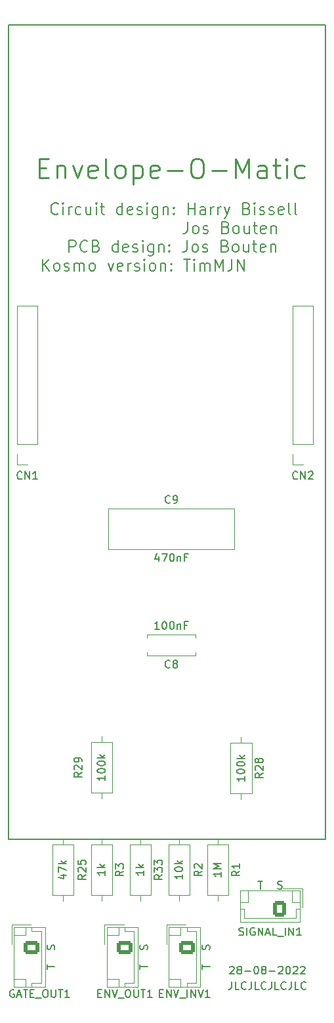
<source format=gto>
%TF.GenerationSoftware,KiCad,Pcbnew,(6.0.5)*%
%TF.CreationDate,2022-09-08T21:10:04+02:00*%
%TF.ProjectId,Bissell-Bouten_Envelope-o-Matic,42697373-656c-46c2-9d42-6f7574656e5f,1.0*%
%TF.SameCoordinates,Original*%
%TF.FileFunction,Legend,Top*%
%TF.FilePolarity,Positive*%
%FSLAX46Y46*%
G04 Gerber Fmt 4.6, Leading zero omitted, Abs format (unit mm)*
G04 Created by KiCad (PCBNEW (6.0.5)) date 2022-09-08 21:10:04*
%MOMM*%
%LPD*%
G01*
G04 APERTURE LIST*
G04 Aperture macros list*
%AMRoundRect*
0 Rectangle with rounded corners*
0 $1 Rounding radius*
0 $2 $3 $4 $5 $6 $7 $8 $9 X,Y pos of 4 corners*
0 Add a 4 corners polygon primitive as box body*
4,1,4,$2,$3,$4,$5,$6,$7,$8,$9,$2,$3,0*
0 Add four circle primitives for the rounded corners*
1,1,$1+$1,$2,$3*
1,1,$1+$1,$4,$5*
1,1,$1+$1,$6,$7*
1,1,$1+$1,$8,$9*
0 Add four rect primitives between the rounded corners*
20,1,$1+$1,$2,$3,$4,$5,0*
20,1,$1+$1,$4,$5,$6,$7,0*
20,1,$1+$1,$6,$7,$8,$9,0*
20,1,$1+$1,$8,$9,$2,$3,0*%
G04 Aperture macros list end*
%ADD10C,0.150000*%
%ADD11C,0.250000*%
%ADD12C,0.120000*%
%ADD13C,1.600000*%
%ADD14O,1.600000X1.600000*%
%ADD15RoundRect,0.249900X-0.750100X0.600100X-0.750100X-0.600100X0.750100X-0.600100X0.750100X0.600100X0*%
%ADD16O,2.000000X1.700000*%
%ADD17C,2.000000*%
%ADD18R,1.700000X1.700000*%
%ADD19O,1.700000X1.700000*%
%ADD20RoundRect,0.249900X0.600100X0.750100X-0.600100X0.750100X-0.600100X-0.750100X0.600100X-0.750100X0*%
%ADD21O,1.700000X2.000000*%
%ADD22R,1.800000X1.800000*%
%ADD23C,1.800000*%
%ADD24O,2.500000X4.000000*%
%ADD25O,2.720000X3.240000*%
G04 APERTURE END LIST*
D10*
X79000000Y-60000000D02*
X119894000Y-60000000D01*
X119894000Y-60000000D02*
X119894000Y-165018000D01*
X119894000Y-165018000D02*
X79000000Y-165018000D01*
X79000000Y-165018000D02*
X79000000Y-60000000D01*
X107780952Y-183452380D02*
X107780952Y-184166666D01*
X107733333Y-184309523D01*
X107638095Y-184404761D01*
X107495238Y-184452380D01*
X107400000Y-184452380D01*
X108733333Y-184452380D02*
X108257142Y-184452380D01*
X108257142Y-183452380D01*
X109638095Y-184357142D02*
X109590476Y-184404761D01*
X109447619Y-184452380D01*
X109352380Y-184452380D01*
X109209523Y-184404761D01*
X109114285Y-184309523D01*
X109066666Y-184214285D01*
X109019047Y-184023809D01*
X109019047Y-183880952D01*
X109066666Y-183690476D01*
X109114285Y-183595238D01*
X109209523Y-183500000D01*
X109352380Y-183452380D01*
X109447619Y-183452380D01*
X109590476Y-183500000D01*
X109638095Y-183547619D01*
X110352380Y-183452380D02*
X110352380Y-184166666D01*
X110304761Y-184309523D01*
X110209523Y-184404761D01*
X110066666Y-184452380D01*
X109971428Y-184452380D01*
X111304761Y-184452380D02*
X110828571Y-184452380D01*
X110828571Y-183452380D01*
X112209523Y-184357142D02*
X112161904Y-184404761D01*
X112019047Y-184452380D01*
X111923809Y-184452380D01*
X111780952Y-184404761D01*
X111685714Y-184309523D01*
X111638095Y-184214285D01*
X111590476Y-184023809D01*
X111590476Y-183880952D01*
X111638095Y-183690476D01*
X111685714Y-183595238D01*
X111780952Y-183500000D01*
X111923809Y-183452380D01*
X112019047Y-183452380D01*
X112161904Y-183500000D01*
X112209523Y-183547619D01*
X112923809Y-183452380D02*
X112923809Y-184166666D01*
X112876190Y-184309523D01*
X112780952Y-184404761D01*
X112638095Y-184452380D01*
X112542857Y-184452380D01*
X113876190Y-184452380D02*
X113400000Y-184452380D01*
X113400000Y-183452380D01*
X114780952Y-184357142D02*
X114733333Y-184404761D01*
X114590476Y-184452380D01*
X114495238Y-184452380D01*
X114352380Y-184404761D01*
X114257142Y-184309523D01*
X114209523Y-184214285D01*
X114161904Y-184023809D01*
X114161904Y-183880952D01*
X114209523Y-183690476D01*
X114257142Y-183595238D01*
X114352380Y-183500000D01*
X114495238Y-183452380D01*
X114590476Y-183452380D01*
X114733333Y-183500000D01*
X114780952Y-183547619D01*
X115495238Y-183452380D02*
X115495238Y-184166666D01*
X115447619Y-184309523D01*
X115352380Y-184404761D01*
X115209523Y-184452380D01*
X115114285Y-184452380D01*
X116447619Y-184452380D02*
X115971428Y-184452380D01*
X115971428Y-183452380D01*
X117352380Y-184357142D02*
X117304761Y-184404761D01*
X117161904Y-184452380D01*
X117066666Y-184452380D01*
X116923809Y-184404761D01*
X116828571Y-184309523D01*
X116780952Y-184214285D01*
X116733333Y-184023809D01*
X116733333Y-183880952D01*
X116780952Y-183690476D01*
X116828571Y-183595238D01*
X116923809Y-183500000D01*
X117066666Y-183452380D01*
X117161904Y-183452380D01*
X117304761Y-183500000D01*
X117352380Y-183547619D01*
X85397500Y-84313214D02*
X85326071Y-84384642D01*
X85111785Y-84456071D01*
X84968928Y-84456071D01*
X84754642Y-84384642D01*
X84611785Y-84241785D01*
X84540357Y-84098928D01*
X84468928Y-83813214D01*
X84468928Y-83598928D01*
X84540357Y-83313214D01*
X84611785Y-83170357D01*
X84754642Y-83027500D01*
X84968928Y-82956071D01*
X85111785Y-82956071D01*
X85326071Y-83027500D01*
X85397500Y-83098928D01*
X86040357Y-84456071D02*
X86040357Y-83456071D01*
X86040357Y-82956071D02*
X85968928Y-83027500D01*
X86040357Y-83098928D01*
X86111785Y-83027500D01*
X86040357Y-82956071D01*
X86040357Y-83098928D01*
X86754642Y-84456071D02*
X86754642Y-83456071D01*
X86754642Y-83741785D02*
X86826071Y-83598928D01*
X86897500Y-83527500D01*
X87040357Y-83456071D01*
X87183214Y-83456071D01*
X88326071Y-84384642D02*
X88183214Y-84456071D01*
X87897500Y-84456071D01*
X87754642Y-84384642D01*
X87683214Y-84313214D01*
X87611785Y-84170357D01*
X87611785Y-83741785D01*
X87683214Y-83598928D01*
X87754642Y-83527500D01*
X87897500Y-83456071D01*
X88183214Y-83456071D01*
X88326071Y-83527500D01*
X89611785Y-83456071D02*
X89611785Y-84456071D01*
X88968928Y-83456071D02*
X88968928Y-84241785D01*
X89040357Y-84384642D01*
X89183214Y-84456071D01*
X89397500Y-84456071D01*
X89540357Y-84384642D01*
X89611785Y-84313214D01*
X90326071Y-84456071D02*
X90326071Y-83456071D01*
X90326071Y-82956071D02*
X90254642Y-83027500D01*
X90326071Y-83098928D01*
X90397500Y-83027500D01*
X90326071Y-82956071D01*
X90326071Y-83098928D01*
X90826071Y-83456071D02*
X91397500Y-83456071D01*
X91040357Y-82956071D02*
X91040357Y-84241785D01*
X91111785Y-84384642D01*
X91254642Y-84456071D01*
X91397500Y-84456071D01*
X93683214Y-84456071D02*
X93683214Y-82956071D01*
X93683214Y-84384642D02*
X93540357Y-84456071D01*
X93254642Y-84456071D01*
X93111785Y-84384642D01*
X93040357Y-84313214D01*
X92968928Y-84170357D01*
X92968928Y-83741785D01*
X93040357Y-83598928D01*
X93111785Y-83527500D01*
X93254642Y-83456071D01*
X93540357Y-83456071D01*
X93683214Y-83527500D01*
X94968928Y-84384642D02*
X94826071Y-84456071D01*
X94540357Y-84456071D01*
X94397500Y-84384642D01*
X94326071Y-84241785D01*
X94326071Y-83670357D01*
X94397500Y-83527500D01*
X94540357Y-83456071D01*
X94826071Y-83456071D01*
X94968928Y-83527500D01*
X95040357Y-83670357D01*
X95040357Y-83813214D01*
X94326071Y-83956071D01*
X95611785Y-84384642D02*
X95754642Y-84456071D01*
X96040357Y-84456071D01*
X96183214Y-84384642D01*
X96254642Y-84241785D01*
X96254642Y-84170357D01*
X96183214Y-84027500D01*
X96040357Y-83956071D01*
X95826071Y-83956071D01*
X95683214Y-83884642D01*
X95611785Y-83741785D01*
X95611785Y-83670357D01*
X95683214Y-83527500D01*
X95826071Y-83456071D01*
X96040357Y-83456071D01*
X96183214Y-83527500D01*
X96897500Y-84456071D02*
X96897500Y-83456071D01*
X96897500Y-82956071D02*
X96826071Y-83027500D01*
X96897500Y-83098928D01*
X96968928Y-83027500D01*
X96897500Y-82956071D01*
X96897500Y-83098928D01*
X98254642Y-83456071D02*
X98254642Y-84670357D01*
X98183214Y-84813214D01*
X98111785Y-84884642D01*
X97968928Y-84956071D01*
X97754642Y-84956071D01*
X97611785Y-84884642D01*
X98254642Y-84384642D02*
X98111785Y-84456071D01*
X97826071Y-84456071D01*
X97683214Y-84384642D01*
X97611785Y-84313214D01*
X97540357Y-84170357D01*
X97540357Y-83741785D01*
X97611785Y-83598928D01*
X97683214Y-83527500D01*
X97826071Y-83456071D01*
X98111785Y-83456071D01*
X98254642Y-83527500D01*
X98968928Y-83456071D02*
X98968928Y-84456071D01*
X98968928Y-83598928D02*
X99040357Y-83527500D01*
X99183214Y-83456071D01*
X99397500Y-83456071D01*
X99540357Y-83527500D01*
X99611785Y-83670357D01*
X99611785Y-84456071D01*
X100326071Y-84313214D02*
X100397500Y-84384642D01*
X100326071Y-84456071D01*
X100254642Y-84384642D01*
X100326071Y-84313214D01*
X100326071Y-84456071D01*
X100326071Y-83527500D02*
X100397500Y-83598928D01*
X100326071Y-83670357D01*
X100254642Y-83598928D01*
X100326071Y-83527500D01*
X100326071Y-83670357D01*
X102183214Y-84456071D02*
X102183214Y-82956071D01*
X102183214Y-83670357D02*
X103040357Y-83670357D01*
X103040357Y-84456071D02*
X103040357Y-82956071D01*
X104397500Y-84456071D02*
X104397500Y-83670357D01*
X104326071Y-83527500D01*
X104183214Y-83456071D01*
X103897500Y-83456071D01*
X103754642Y-83527500D01*
X104397500Y-84384642D02*
X104254642Y-84456071D01*
X103897500Y-84456071D01*
X103754642Y-84384642D01*
X103683214Y-84241785D01*
X103683214Y-84098928D01*
X103754642Y-83956071D01*
X103897500Y-83884642D01*
X104254642Y-83884642D01*
X104397500Y-83813214D01*
X105111785Y-84456071D02*
X105111785Y-83456071D01*
X105111785Y-83741785D02*
X105183214Y-83598928D01*
X105254642Y-83527500D01*
X105397500Y-83456071D01*
X105540357Y-83456071D01*
X106040357Y-84456071D02*
X106040357Y-83456071D01*
X106040357Y-83741785D02*
X106111785Y-83598928D01*
X106183214Y-83527500D01*
X106326071Y-83456071D01*
X106468928Y-83456071D01*
X106826071Y-83456071D02*
X107183214Y-84456071D01*
X107540357Y-83456071D02*
X107183214Y-84456071D01*
X107040357Y-84813214D01*
X106968928Y-84884642D01*
X106826071Y-84956071D01*
X109754642Y-83670357D02*
X109968928Y-83741785D01*
X110040357Y-83813214D01*
X110111785Y-83956071D01*
X110111785Y-84170357D01*
X110040357Y-84313214D01*
X109968928Y-84384642D01*
X109826071Y-84456071D01*
X109254642Y-84456071D01*
X109254642Y-82956071D01*
X109754642Y-82956071D01*
X109897500Y-83027500D01*
X109968928Y-83098928D01*
X110040357Y-83241785D01*
X110040357Y-83384642D01*
X109968928Y-83527500D01*
X109897500Y-83598928D01*
X109754642Y-83670357D01*
X109254642Y-83670357D01*
X110754642Y-84456071D02*
X110754642Y-83456071D01*
X110754642Y-82956071D02*
X110683214Y-83027500D01*
X110754642Y-83098928D01*
X110826071Y-83027500D01*
X110754642Y-82956071D01*
X110754642Y-83098928D01*
X111397500Y-84384642D02*
X111540357Y-84456071D01*
X111826071Y-84456071D01*
X111968928Y-84384642D01*
X112040357Y-84241785D01*
X112040357Y-84170357D01*
X111968928Y-84027500D01*
X111826071Y-83956071D01*
X111611785Y-83956071D01*
X111468928Y-83884642D01*
X111397500Y-83741785D01*
X111397500Y-83670357D01*
X111468928Y-83527500D01*
X111611785Y-83456071D01*
X111826071Y-83456071D01*
X111968928Y-83527500D01*
X112611785Y-84384642D02*
X112754642Y-84456071D01*
X113040357Y-84456071D01*
X113183214Y-84384642D01*
X113254642Y-84241785D01*
X113254642Y-84170357D01*
X113183214Y-84027500D01*
X113040357Y-83956071D01*
X112826071Y-83956071D01*
X112683214Y-83884642D01*
X112611785Y-83741785D01*
X112611785Y-83670357D01*
X112683214Y-83527500D01*
X112826071Y-83456071D01*
X113040357Y-83456071D01*
X113183214Y-83527500D01*
X114468928Y-84384642D02*
X114326071Y-84456071D01*
X114040357Y-84456071D01*
X113897499Y-84384642D01*
X113826071Y-84241785D01*
X113826071Y-83670357D01*
X113897499Y-83527500D01*
X114040357Y-83456071D01*
X114326071Y-83456071D01*
X114468928Y-83527500D01*
X114540357Y-83670357D01*
X114540357Y-83813214D01*
X113826071Y-83956071D01*
X115397499Y-84456071D02*
X115254642Y-84384642D01*
X115183214Y-84241785D01*
X115183214Y-82956071D01*
X116183214Y-84456071D02*
X116040357Y-84384642D01*
X115968928Y-84241785D01*
X115968928Y-82956071D01*
X102111785Y-85371071D02*
X102111785Y-86442500D01*
X102040357Y-86656785D01*
X101897499Y-86799642D01*
X101683214Y-86871071D01*
X101540357Y-86871071D01*
X103040357Y-86871071D02*
X102897499Y-86799642D01*
X102826071Y-86728214D01*
X102754642Y-86585357D01*
X102754642Y-86156785D01*
X102826071Y-86013928D01*
X102897499Y-85942500D01*
X103040357Y-85871071D01*
X103254642Y-85871071D01*
X103397499Y-85942500D01*
X103468928Y-86013928D01*
X103540357Y-86156785D01*
X103540357Y-86585357D01*
X103468928Y-86728214D01*
X103397499Y-86799642D01*
X103254642Y-86871071D01*
X103040357Y-86871071D01*
X104111785Y-86799642D02*
X104254642Y-86871071D01*
X104540357Y-86871071D01*
X104683214Y-86799642D01*
X104754642Y-86656785D01*
X104754642Y-86585357D01*
X104683214Y-86442500D01*
X104540357Y-86371071D01*
X104326071Y-86371071D01*
X104183214Y-86299642D01*
X104111785Y-86156785D01*
X104111785Y-86085357D01*
X104183214Y-85942500D01*
X104326071Y-85871071D01*
X104540357Y-85871071D01*
X104683214Y-85942500D01*
X107040357Y-86085357D02*
X107254642Y-86156785D01*
X107326071Y-86228214D01*
X107397499Y-86371071D01*
X107397499Y-86585357D01*
X107326071Y-86728214D01*
X107254642Y-86799642D01*
X107111785Y-86871071D01*
X106540357Y-86871071D01*
X106540357Y-85371071D01*
X107040357Y-85371071D01*
X107183214Y-85442500D01*
X107254642Y-85513928D01*
X107326071Y-85656785D01*
X107326071Y-85799642D01*
X107254642Y-85942500D01*
X107183214Y-86013928D01*
X107040357Y-86085357D01*
X106540357Y-86085357D01*
X108254642Y-86871071D02*
X108111785Y-86799642D01*
X108040357Y-86728214D01*
X107968928Y-86585357D01*
X107968928Y-86156785D01*
X108040357Y-86013928D01*
X108111785Y-85942500D01*
X108254642Y-85871071D01*
X108468928Y-85871071D01*
X108611785Y-85942500D01*
X108683214Y-86013928D01*
X108754642Y-86156785D01*
X108754642Y-86585357D01*
X108683214Y-86728214D01*
X108611785Y-86799642D01*
X108468928Y-86871071D01*
X108254642Y-86871071D01*
X110040357Y-85871071D02*
X110040357Y-86871071D01*
X109397499Y-85871071D02*
X109397499Y-86656785D01*
X109468928Y-86799642D01*
X109611785Y-86871071D01*
X109826071Y-86871071D01*
X109968928Y-86799642D01*
X110040357Y-86728214D01*
X110540357Y-85871071D02*
X111111785Y-85871071D01*
X110754642Y-85371071D02*
X110754642Y-86656785D01*
X110826071Y-86799642D01*
X110968928Y-86871071D01*
X111111785Y-86871071D01*
X112183214Y-86799642D02*
X112040357Y-86871071D01*
X111754642Y-86871071D01*
X111611785Y-86799642D01*
X111540357Y-86656785D01*
X111540357Y-86085357D01*
X111611785Y-85942500D01*
X111754642Y-85871071D01*
X112040357Y-85871071D01*
X112183214Y-85942500D01*
X112254642Y-86085357D01*
X112254642Y-86228214D01*
X111540357Y-86371071D01*
X112897500Y-85871071D02*
X112897500Y-86871071D01*
X112897500Y-86013928D02*
X112968928Y-85942500D01*
X113111785Y-85871071D01*
X113326071Y-85871071D01*
X113468928Y-85942500D01*
X113540357Y-86085357D01*
X113540357Y-86871071D01*
X86826071Y-89286071D02*
X86826071Y-87786071D01*
X87397500Y-87786071D01*
X87540357Y-87857500D01*
X87611785Y-87928928D01*
X87683214Y-88071785D01*
X87683214Y-88286071D01*
X87611785Y-88428928D01*
X87540357Y-88500357D01*
X87397500Y-88571785D01*
X86826071Y-88571785D01*
X89183214Y-89143214D02*
X89111785Y-89214642D01*
X88897500Y-89286071D01*
X88754642Y-89286071D01*
X88540357Y-89214642D01*
X88397500Y-89071785D01*
X88326071Y-88928928D01*
X88254642Y-88643214D01*
X88254642Y-88428928D01*
X88326071Y-88143214D01*
X88397500Y-88000357D01*
X88540357Y-87857500D01*
X88754642Y-87786071D01*
X88897500Y-87786071D01*
X89111785Y-87857500D01*
X89183214Y-87928928D01*
X90326071Y-88500357D02*
X90540357Y-88571785D01*
X90611785Y-88643214D01*
X90683214Y-88786071D01*
X90683214Y-89000357D01*
X90611785Y-89143214D01*
X90540357Y-89214642D01*
X90397500Y-89286071D01*
X89826071Y-89286071D01*
X89826071Y-87786071D01*
X90326071Y-87786071D01*
X90468928Y-87857500D01*
X90540357Y-87928928D01*
X90611785Y-88071785D01*
X90611785Y-88214642D01*
X90540357Y-88357500D01*
X90468928Y-88428928D01*
X90326071Y-88500357D01*
X89826071Y-88500357D01*
X93111785Y-89286071D02*
X93111785Y-87786071D01*
X93111785Y-89214642D02*
X92968928Y-89286071D01*
X92683214Y-89286071D01*
X92540357Y-89214642D01*
X92468928Y-89143214D01*
X92397500Y-89000357D01*
X92397500Y-88571785D01*
X92468928Y-88428928D01*
X92540357Y-88357500D01*
X92683214Y-88286071D01*
X92968928Y-88286071D01*
X93111785Y-88357500D01*
X94397500Y-89214642D02*
X94254642Y-89286071D01*
X93968928Y-89286071D01*
X93826071Y-89214642D01*
X93754642Y-89071785D01*
X93754642Y-88500357D01*
X93826071Y-88357500D01*
X93968928Y-88286071D01*
X94254642Y-88286071D01*
X94397500Y-88357500D01*
X94468928Y-88500357D01*
X94468928Y-88643214D01*
X93754642Y-88786071D01*
X95040357Y-89214642D02*
X95183214Y-89286071D01*
X95468928Y-89286071D01*
X95611785Y-89214642D01*
X95683214Y-89071785D01*
X95683214Y-89000357D01*
X95611785Y-88857500D01*
X95468928Y-88786071D01*
X95254642Y-88786071D01*
X95111785Y-88714642D01*
X95040357Y-88571785D01*
X95040357Y-88500357D01*
X95111785Y-88357500D01*
X95254642Y-88286071D01*
X95468928Y-88286071D01*
X95611785Y-88357500D01*
X96326071Y-89286071D02*
X96326071Y-88286071D01*
X96326071Y-87786071D02*
X96254642Y-87857500D01*
X96326071Y-87928928D01*
X96397500Y-87857500D01*
X96326071Y-87786071D01*
X96326071Y-87928928D01*
X97683214Y-88286071D02*
X97683214Y-89500357D01*
X97611785Y-89643214D01*
X97540357Y-89714642D01*
X97397500Y-89786071D01*
X97183214Y-89786071D01*
X97040357Y-89714642D01*
X97683214Y-89214642D02*
X97540357Y-89286071D01*
X97254642Y-89286071D01*
X97111785Y-89214642D01*
X97040357Y-89143214D01*
X96968928Y-89000357D01*
X96968928Y-88571785D01*
X97040357Y-88428928D01*
X97111785Y-88357500D01*
X97254642Y-88286071D01*
X97540357Y-88286071D01*
X97683214Y-88357500D01*
X98397500Y-88286071D02*
X98397500Y-89286071D01*
X98397500Y-88428928D02*
X98468928Y-88357500D01*
X98611785Y-88286071D01*
X98826071Y-88286071D01*
X98968928Y-88357500D01*
X99040357Y-88500357D01*
X99040357Y-89286071D01*
X99754642Y-89143214D02*
X99826071Y-89214642D01*
X99754642Y-89286071D01*
X99683214Y-89214642D01*
X99754642Y-89143214D01*
X99754642Y-89286071D01*
X99754642Y-88357500D02*
X99826071Y-88428928D01*
X99754642Y-88500357D01*
X99683214Y-88428928D01*
X99754642Y-88357500D01*
X99754642Y-88500357D01*
X102040357Y-87786071D02*
X102040357Y-88857500D01*
X101968928Y-89071785D01*
X101826071Y-89214642D01*
X101611785Y-89286071D01*
X101468928Y-89286071D01*
X102968928Y-89286071D02*
X102826071Y-89214642D01*
X102754642Y-89143214D01*
X102683214Y-89000357D01*
X102683214Y-88571785D01*
X102754642Y-88428928D01*
X102826071Y-88357500D01*
X102968928Y-88286071D01*
X103183214Y-88286071D01*
X103326071Y-88357500D01*
X103397500Y-88428928D01*
X103468928Y-88571785D01*
X103468928Y-89000357D01*
X103397500Y-89143214D01*
X103326071Y-89214642D01*
X103183214Y-89286071D01*
X102968928Y-89286071D01*
X104040357Y-89214642D02*
X104183214Y-89286071D01*
X104468928Y-89286071D01*
X104611785Y-89214642D01*
X104683214Y-89071785D01*
X104683214Y-89000357D01*
X104611785Y-88857500D01*
X104468928Y-88786071D01*
X104254642Y-88786071D01*
X104111785Y-88714642D01*
X104040357Y-88571785D01*
X104040357Y-88500357D01*
X104111785Y-88357500D01*
X104254642Y-88286071D01*
X104468928Y-88286071D01*
X104611785Y-88357500D01*
X106968928Y-88500357D02*
X107183214Y-88571785D01*
X107254642Y-88643214D01*
X107326071Y-88786071D01*
X107326071Y-89000357D01*
X107254642Y-89143214D01*
X107183214Y-89214642D01*
X107040357Y-89286071D01*
X106468928Y-89286071D01*
X106468928Y-87786071D01*
X106968928Y-87786071D01*
X107111785Y-87857500D01*
X107183214Y-87928928D01*
X107254642Y-88071785D01*
X107254642Y-88214642D01*
X107183214Y-88357500D01*
X107111785Y-88428928D01*
X106968928Y-88500357D01*
X106468928Y-88500357D01*
X108183214Y-89286071D02*
X108040357Y-89214642D01*
X107968928Y-89143214D01*
X107897500Y-89000357D01*
X107897500Y-88571785D01*
X107968928Y-88428928D01*
X108040357Y-88357500D01*
X108183214Y-88286071D01*
X108397500Y-88286071D01*
X108540357Y-88357500D01*
X108611785Y-88428928D01*
X108683214Y-88571785D01*
X108683214Y-89000357D01*
X108611785Y-89143214D01*
X108540357Y-89214642D01*
X108397500Y-89286071D01*
X108183214Y-89286071D01*
X109968928Y-88286071D02*
X109968928Y-89286071D01*
X109326071Y-88286071D02*
X109326071Y-89071785D01*
X109397500Y-89214642D01*
X109540357Y-89286071D01*
X109754642Y-89286071D01*
X109897500Y-89214642D01*
X109968928Y-89143214D01*
X110468928Y-88286071D02*
X111040357Y-88286071D01*
X110683214Y-87786071D02*
X110683214Y-89071785D01*
X110754642Y-89214642D01*
X110897500Y-89286071D01*
X111040357Y-89286071D01*
X112111785Y-89214642D02*
X111968928Y-89286071D01*
X111683214Y-89286071D01*
X111540357Y-89214642D01*
X111468928Y-89071785D01*
X111468928Y-88500357D01*
X111540357Y-88357500D01*
X111683214Y-88286071D01*
X111968928Y-88286071D01*
X112111785Y-88357500D01*
X112183214Y-88500357D01*
X112183214Y-88643214D01*
X111468928Y-88786071D01*
X112826071Y-88286071D02*
X112826071Y-89286071D01*
X112826071Y-88428928D02*
X112897500Y-88357500D01*
X113040357Y-88286071D01*
X113254642Y-88286071D01*
X113397500Y-88357500D01*
X113468928Y-88500357D01*
X113468928Y-89286071D01*
X83397500Y-91701071D02*
X83397500Y-90201071D01*
X84254642Y-91701071D02*
X83611785Y-90843928D01*
X84254642Y-90201071D02*
X83397500Y-91058214D01*
X85111785Y-91701071D02*
X84968928Y-91629642D01*
X84897500Y-91558214D01*
X84826071Y-91415357D01*
X84826071Y-90986785D01*
X84897500Y-90843928D01*
X84968928Y-90772500D01*
X85111785Y-90701071D01*
X85326071Y-90701071D01*
X85468928Y-90772500D01*
X85540357Y-90843928D01*
X85611785Y-90986785D01*
X85611785Y-91415357D01*
X85540357Y-91558214D01*
X85468928Y-91629642D01*
X85326071Y-91701071D01*
X85111785Y-91701071D01*
X86183214Y-91629642D02*
X86326071Y-91701071D01*
X86611785Y-91701071D01*
X86754642Y-91629642D01*
X86826071Y-91486785D01*
X86826071Y-91415357D01*
X86754642Y-91272500D01*
X86611785Y-91201071D01*
X86397500Y-91201071D01*
X86254642Y-91129642D01*
X86183214Y-90986785D01*
X86183214Y-90915357D01*
X86254642Y-90772500D01*
X86397500Y-90701071D01*
X86611785Y-90701071D01*
X86754642Y-90772500D01*
X87468928Y-91701071D02*
X87468928Y-90701071D01*
X87468928Y-90843928D02*
X87540357Y-90772500D01*
X87683214Y-90701071D01*
X87897500Y-90701071D01*
X88040357Y-90772500D01*
X88111785Y-90915357D01*
X88111785Y-91701071D01*
X88111785Y-90915357D02*
X88183214Y-90772500D01*
X88326071Y-90701071D01*
X88540357Y-90701071D01*
X88683214Y-90772500D01*
X88754642Y-90915357D01*
X88754642Y-91701071D01*
X89683214Y-91701071D02*
X89540357Y-91629642D01*
X89468928Y-91558214D01*
X89397500Y-91415357D01*
X89397500Y-90986785D01*
X89468928Y-90843928D01*
X89540357Y-90772500D01*
X89683214Y-90701071D01*
X89897500Y-90701071D01*
X90040357Y-90772500D01*
X90111785Y-90843928D01*
X90183214Y-90986785D01*
X90183214Y-91415357D01*
X90111785Y-91558214D01*
X90040357Y-91629642D01*
X89897500Y-91701071D01*
X89683214Y-91701071D01*
X91826071Y-90701071D02*
X92183214Y-91701071D01*
X92540357Y-90701071D01*
X93683214Y-91629642D02*
X93540357Y-91701071D01*
X93254642Y-91701071D01*
X93111785Y-91629642D01*
X93040357Y-91486785D01*
X93040357Y-90915357D01*
X93111785Y-90772500D01*
X93254642Y-90701071D01*
X93540357Y-90701071D01*
X93683214Y-90772500D01*
X93754642Y-90915357D01*
X93754642Y-91058214D01*
X93040357Y-91201071D01*
X94397500Y-91701071D02*
X94397500Y-90701071D01*
X94397500Y-90986785D02*
X94468928Y-90843928D01*
X94540357Y-90772500D01*
X94683214Y-90701071D01*
X94826071Y-90701071D01*
X95254642Y-91629642D02*
X95397500Y-91701071D01*
X95683214Y-91701071D01*
X95826071Y-91629642D01*
X95897500Y-91486785D01*
X95897500Y-91415357D01*
X95826071Y-91272500D01*
X95683214Y-91201071D01*
X95468928Y-91201071D01*
X95326071Y-91129642D01*
X95254642Y-90986785D01*
X95254642Y-90915357D01*
X95326071Y-90772500D01*
X95468928Y-90701071D01*
X95683214Y-90701071D01*
X95826071Y-90772500D01*
X96540357Y-91701071D02*
X96540357Y-90701071D01*
X96540357Y-90201071D02*
X96468928Y-90272500D01*
X96540357Y-90343928D01*
X96611785Y-90272500D01*
X96540357Y-90201071D01*
X96540357Y-90343928D01*
X97468928Y-91701071D02*
X97326071Y-91629642D01*
X97254642Y-91558214D01*
X97183214Y-91415357D01*
X97183214Y-90986785D01*
X97254642Y-90843928D01*
X97326071Y-90772500D01*
X97468928Y-90701071D01*
X97683214Y-90701071D01*
X97826071Y-90772500D01*
X97897500Y-90843928D01*
X97968928Y-90986785D01*
X97968928Y-91415357D01*
X97897500Y-91558214D01*
X97826071Y-91629642D01*
X97683214Y-91701071D01*
X97468928Y-91701071D01*
X98611785Y-90701071D02*
X98611785Y-91701071D01*
X98611785Y-90843928D02*
X98683214Y-90772500D01*
X98826071Y-90701071D01*
X99040357Y-90701071D01*
X99183214Y-90772500D01*
X99254642Y-90915357D01*
X99254642Y-91701071D01*
X99968928Y-91558214D02*
X100040357Y-91629642D01*
X99968928Y-91701071D01*
X99897500Y-91629642D01*
X99968928Y-91558214D01*
X99968928Y-91701071D01*
X99968928Y-90772500D02*
X100040357Y-90843928D01*
X99968928Y-90915357D01*
X99897500Y-90843928D01*
X99968928Y-90772500D01*
X99968928Y-90915357D01*
X101611785Y-90201071D02*
X102468928Y-90201071D01*
X102040357Y-91701071D02*
X102040357Y-90201071D01*
X102968928Y-91701071D02*
X102968928Y-90701071D01*
X102968928Y-90201071D02*
X102897500Y-90272500D01*
X102968928Y-90343928D01*
X103040357Y-90272500D01*
X102968928Y-90201071D01*
X102968928Y-90343928D01*
X103683214Y-91701071D02*
X103683214Y-90701071D01*
X103683214Y-90843928D02*
X103754642Y-90772500D01*
X103897500Y-90701071D01*
X104111785Y-90701071D01*
X104254642Y-90772500D01*
X104326071Y-90915357D01*
X104326071Y-91701071D01*
X104326071Y-90915357D02*
X104397500Y-90772500D01*
X104540357Y-90701071D01*
X104754642Y-90701071D01*
X104897500Y-90772500D01*
X104968928Y-90915357D01*
X104968928Y-91701071D01*
X105683214Y-91701071D02*
X105683214Y-90201071D01*
X106183214Y-91272500D01*
X106683214Y-90201071D01*
X106683214Y-91701071D01*
X107826071Y-90201071D02*
X107826071Y-91272500D01*
X107754642Y-91486785D01*
X107611785Y-91629642D01*
X107397500Y-91701071D01*
X107254642Y-91701071D01*
X108540357Y-91701071D02*
X108540357Y-90201071D01*
X109397499Y-91701071D01*
X109397499Y-90201071D01*
X107542857Y-181547619D02*
X107590476Y-181500000D01*
X107685714Y-181452380D01*
X107923809Y-181452380D01*
X108019047Y-181500000D01*
X108066666Y-181547619D01*
X108114285Y-181642857D01*
X108114285Y-181738095D01*
X108066666Y-181880952D01*
X107495238Y-182452380D01*
X108114285Y-182452380D01*
X108685714Y-181880952D02*
X108590476Y-181833333D01*
X108542857Y-181785714D01*
X108495238Y-181690476D01*
X108495238Y-181642857D01*
X108542857Y-181547619D01*
X108590476Y-181500000D01*
X108685714Y-181452380D01*
X108876190Y-181452380D01*
X108971428Y-181500000D01*
X109019047Y-181547619D01*
X109066666Y-181642857D01*
X109066666Y-181690476D01*
X109019047Y-181785714D01*
X108971428Y-181833333D01*
X108876190Y-181880952D01*
X108685714Y-181880952D01*
X108590476Y-181928571D01*
X108542857Y-181976190D01*
X108495238Y-182071428D01*
X108495238Y-182261904D01*
X108542857Y-182357142D01*
X108590476Y-182404761D01*
X108685714Y-182452380D01*
X108876190Y-182452380D01*
X108971428Y-182404761D01*
X109019047Y-182357142D01*
X109066666Y-182261904D01*
X109066666Y-182071428D01*
X109019047Y-181976190D01*
X108971428Y-181928571D01*
X108876190Y-181880952D01*
X109495238Y-182071428D02*
X110257142Y-182071428D01*
X110923809Y-181452380D02*
X111019047Y-181452380D01*
X111114285Y-181500000D01*
X111161904Y-181547619D01*
X111209523Y-181642857D01*
X111257142Y-181833333D01*
X111257142Y-182071428D01*
X111209523Y-182261904D01*
X111161904Y-182357142D01*
X111114285Y-182404761D01*
X111019047Y-182452380D01*
X110923809Y-182452380D01*
X110828571Y-182404761D01*
X110780952Y-182357142D01*
X110733333Y-182261904D01*
X110685714Y-182071428D01*
X110685714Y-181833333D01*
X110733333Y-181642857D01*
X110780952Y-181547619D01*
X110828571Y-181500000D01*
X110923809Y-181452380D01*
X111828571Y-181880952D02*
X111733333Y-181833333D01*
X111685714Y-181785714D01*
X111638095Y-181690476D01*
X111638095Y-181642857D01*
X111685714Y-181547619D01*
X111733333Y-181500000D01*
X111828571Y-181452380D01*
X112019047Y-181452380D01*
X112114285Y-181500000D01*
X112161904Y-181547619D01*
X112209523Y-181642857D01*
X112209523Y-181690476D01*
X112161904Y-181785714D01*
X112114285Y-181833333D01*
X112019047Y-181880952D01*
X111828571Y-181880952D01*
X111733333Y-181928571D01*
X111685714Y-181976190D01*
X111638095Y-182071428D01*
X111638095Y-182261904D01*
X111685714Y-182357142D01*
X111733333Y-182404761D01*
X111828571Y-182452380D01*
X112019047Y-182452380D01*
X112114285Y-182404761D01*
X112161904Y-182357142D01*
X112209523Y-182261904D01*
X112209523Y-182071428D01*
X112161904Y-181976190D01*
X112114285Y-181928571D01*
X112019047Y-181880952D01*
X112638095Y-182071428D02*
X113400000Y-182071428D01*
X113828571Y-181547619D02*
X113876190Y-181500000D01*
X113971428Y-181452380D01*
X114209523Y-181452380D01*
X114304761Y-181500000D01*
X114352380Y-181547619D01*
X114400000Y-181642857D01*
X114400000Y-181738095D01*
X114352380Y-181880952D01*
X113780952Y-182452380D01*
X114400000Y-182452380D01*
X115019047Y-181452380D02*
X115114285Y-181452380D01*
X115209523Y-181500000D01*
X115257142Y-181547619D01*
X115304761Y-181642857D01*
X115352380Y-181833333D01*
X115352380Y-182071428D01*
X115304761Y-182261904D01*
X115257142Y-182357142D01*
X115209523Y-182404761D01*
X115114285Y-182452380D01*
X115019047Y-182452380D01*
X114923809Y-182404761D01*
X114876190Y-182357142D01*
X114828571Y-182261904D01*
X114780952Y-182071428D01*
X114780952Y-181833333D01*
X114828571Y-181642857D01*
X114876190Y-181547619D01*
X114923809Y-181500000D01*
X115019047Y-181452380D01*
X115733333Y-181547619D02*
X115780952Y-181500000D01*
X115876190Y-181452380D01*
X116114285Y-181452380D01*
X116209523Y-181500000D01*
X116257142Y-181547619D01*
X116304761Y-181642857D01*
X116304761Y-181738095D01*
X116257142Y-181880952D01*
X115685714Y-182452380D01*
X116304761Y-182452380D01*
X116685714Y-181547619D02*
X116733333Y-181500000D01*
X116828571Y-181452380D01*
X117066666Y-181452380D01*
X117161904Y-181500000D01*
X117209523Y-181547619D01*
X117257142Y-181642857D01*
X117257142Y-181738095D01*
X117209523Y-181880952D01*
X116638095Y-182452380D01*
X117257142Y-182452380D01*
D11*
X82976190Y-78421428D02*
X83809523Y-78421428D01*
X84166666Y-79730952D02*
X82976190Y-79730952D01*
X82976190Y-77230952D01*
X84166666Y-77230952D01*
X85238095Y-78064285D02*
X85238095Y-79730952D01*
X85238095Y-78302380D02*
X85357142Y-78183333D01*
X85595238Y-78064285D01*
X85952380Y-78064285D01*
X86190476Y-78183333D01*
X86309523Y-78421428D01*
X86309523Y-79730952D01*
X87261904Y-78064285D02*
X87857142Y-79730952D01*
X88452380Y-78064285D01*
X90357142Y-79611904D02*
X90119047Y-79730952D01*
X89642857Y-79730952D01*
X89404761Y-79611904D01*
X89285714Y-79373809D01*
X89285714Y-78421428D01*
X89404761Y-78183333D01*
X89642857Y-78064285D01*
X90119047Y-78064285D01*
X90357142Y-78183333D01*
X90476190Y-78421428D01*
X90476190Y-78659523D01*
X89285714Y-78897619D01*
X91904761Y-79730952D02*
X91666666Y-79611904D01*
X91547619Y-79373809D01*
X91547619Y-77230952D01*
X93214285Y-79730952D02*
X92976190Y-79611904D01*
X92857142Y-79492857D01*
X92738095Y-79254761D01*
X92738095Y-78540476D01*
X92857142Y-78302380D01*
X92976190Y-78183333D01*
X93214285Y-78064285D01*
X93571428Y-78064285D01*
X93809523Y-78183333D01*
X93928571Y-78302380D01*
X94047619Y-78540476D01*
X94047619Y-79254761D01*
X93928571Y-79492857D01*
X93809523Y-79611904D01*
X93571428Y-79730952D01*
X93214285Y-79730952D01*
X95119047Y-78064285D02*
X95119047Y-80564285D01*
X95119047Y-78183333D02*
X95357142Y-78064285D01*
X95833333Y-78064285D01*
X96071428Y-78183333D01*
X96190476Y-78302380D01*
X96309523Y-78540476D01*
X96309523Y-79254761D01*
X96190476Y-79492857D01*
X96071428Y-79611904D01*
X95833333Y-79730952D01*
X95357142Y-79730952D01*
X95119047Y-79611904D01*
X98333333Y-79611904D02*
X98095238Y-79730952D01*
X97619047Y-79730952D01*
X97380952Y-79611904D01*
X97261904Y-79373809D01*
X97261904Y-78421428D01*
X97380952Y-78183333D01*
X97619047Y-78064285D01*
X98095238Y-78064285D01*
X98333333Y-78183333D01*
X98452380Y-78421428D01*
X98452380Y-78659523D01*
X97261904Y-78897619D01*
X99523809Y-78778571D02*
X101428571Y-78778571D01*
X103095238Y-77230952D02*
X103571428Y-77230952D01*
X103809523Y-77350000D01*
X104047619Y-77588095D01*
X104166666Y-78064285D01*
X104166666Y-78897619D01*
X104047619Y-79373809D01*
X103809523Y-79611904D01*
X103571428Y-79730952D01*
X103095238Y-79730952D01*
X102857142Y-79611904D01*
X102619047Y-79373809D01*
X102500000Y-78897619D01*
X102500000Y-78064285D01*
X102619047Y-77588095D01*
X102857142Y-77350000D01*
X103095238Y-77230952D01*
X105238095Y-78778571D02*
X107142857Y-78778571D01*
X108333333Y-79730952D02*
X108333333Y-77230952D01*
X109166666Y-79016666D01*
X110000000Y-77230952D01*
X110000000Y-79730952D01*
X112261904Y-79730952D02*
X112261904Y-78421428D01*
X112142857Y-78183333D01*
X111904761Y-78064285D01*
X111428571Y-78064285D01*
X111190476Y-78183333D01*
X112261904Y-79611904D02*
X112023809Y-79730952D01*
X111428571Y-79730952D01*
X111190476Y-79611904D01*
X111071428Y-79373809D01*
X111071428Y-79135714D01*
X111190476Y-78897619D01*
X111428571Y-78778571D01*
X112023809Y-78778571D01*
X112261904Y-78659523D01*
X113095238Y-78064285D02*
X114047619Y-78064285D01*
X113452380Y-77230952D02*
X113452380Y-79373809D01*
X113571428Y-79611904D01*
X113809523Y-79730952D01*
X114047619Y-79730952D01*
X114880952Y-79730952D02*
X114880952Y-78064285D01*
X114880952Y-77230952D02*
X114761904Y-77350000D01*
X114880952Y-77469047D01*
X115000000Y-77350000D01*
X114880952Y-77230952D01*
X114880952Y-77469047D01*
X117142857Y-79611904D02*
X116904761Y-79730952D01*
X116428571Y-79730952D01*
X116190476Y-79611904D01*
X116071428Y-79492857D01*
X115952380Y-79254761D01*
X115952380Y-78540476D01*
X116071428Y-78302380D01*
X116190476Y-78183333D01*
X116428571Y-78064285D01*
X116904761Y-78064285D01*
X117142857Y-78183333D01*
D10*
%TO.C,R29*%
X88452380Y-156442857D02*
X87976190Y-156776190D01*
X88452380Y-157014285D02*
X87452380Y-157014285D01*
X87452380Y-156633333D01*
X87500000Y-156538095D01*
X87547619Y-156490476D01*
X87642857Y-156442857D01*
X87785714Y-156442857D01*
X87880952Y-156490476D01*
X87928571Y-156538095D01*
X87976190Y-156633333D01*
X87976190Y-157014285D01*
X87547619Y-156061904D02*
X87500000Y-156014285D01*
X87452380Y-155919047D01*
X87452380Y-155680952D01*
X87500000Y-155585714D01*
X87547619Y-155538095D01*
X87642857Y-155490476D01*
X87738095Y-155490476D01*
X87880952Y-155538095D01*
X88452380Y-156109523D01*
X88452380Y-155490476D01*
X88452380Y-155014285D02*
X88452380Y-154823809D01*
X88404761Y-154728571D01*
X88357142Y-154680952D01*
X88214285Y-154585714D01*
X88023809Y-154538095D01*
X87642857Y-154538095D01*
X87547619Y-154585714D01*
X87500000Y-154633333D01*
X87452380Y-154728571D01*
X87452380Y-154919047D01*
X87500000Y-155014285D01*
X87547619Y-155061904D01*
X87642857Y-155109523D01*
X87880952Y-155109523D01*
X87976190Y-155061904D01*
X88023809Y-155014285D01*
X88071428Y-154919047D01*
X88071428Y-154728571D01*
X88023809Y-154633333D01*
X87976190Y-154585714D01*
X87880952Y-154538095D01*
X91452380Y-156871428D02*
X91452380Y-157442857D01*
X91452380Y-157157142D02*
X90452380Y-157157142D01*
X90595238Y-157252380D01*
X90690476Y-157347619D01*
X90738095Y-157442857D01*
X90452380Y-156252380D02*
X90452380Y-156157142D01*
X90500000Y-156061904D01*
X90547619Y-156014285D01*
X90642857Y-155966666D01*
X90833333Y-155919047D01*
X91071428Y-155919047D01*
X91261904Y-155966666D01*
X91357142Y-156014285D01*
X91404761Y-156061904D01*
X91452380Y-156157142D01*
X91452380Y-156252380D01*
X91404761Y-156347619D01*
X91357142Y-156395238D01*
X91261904Y-156442857D01*
X91071428Y-156490476D01*
X90833333Y-156490476D01*
X90642857Y-156442857D01*
X90547619Y-156395238D01*
X90500000Y-156347619D01*
X90452380Y-156252380D01*
X90452380Y-155300000D02*
X90452380Y-155204761D01*
X90500000Y-155109523D01*
X90547619Y-155061904D01*
X90642857Y-155014285D01*
X90833333Y-154966666D01*
X91071428Y-154966666D01*
X91261904Y-155014285D01*
X91357142Y-155061904D01*
X91404761Y-155109523D01*
X91452380Y-155204761D01*
X91452380Y-155300000D01*
X91404761Y-155395238D01*
X91357142Y-155442857D01*
X91261904Y-155490476D01*
X91071428Y-155538095D01*
X90833333Y-155538095D01*
X90642857Y-155490476D01*
X90547619Y-155442857D01*
X90500000Y-155395238D01*
X90452380Y-155300000D01*
X91452380Y-154538095D02*
X90452380Y-154538095D01*
X91071428Y-154442857D02*
X91452380Y-154157142D01*
X90785714Y-154157142D02*
X91166666Y-154538095D01*
%TO.C,ENV_OUT1*%
X90547619Y-184928571D02*
X90880952Y-184928571D01*
X91023809Y-185452380D02*
X90547619Y-185452380D01*
X90547619Y-184452380D01*
X91023809Y-184452380D01*
X91452380Y-185452380D02*
X91452380Y-184452380D01*
X92023809Y-185452380D01*
X92023809Y-184452380D01*
X92357142Y-184452380D02*
X92690476Y-185452380D01*
X93023809Y-184452380D01*
X93119047Y-185547619D02*
X93880952Y-185547619D01*
X94309523Y-184452380D02*
X94500000Y-184452380D01*
X94595238Y-184500000D01*
X94690476Y-184595238D01*
X94738095Y-184785714D01*
X94738095Y-185119047D01*
X94690476Y-185309523D01*
X94595238Y-185404761D01*
X94500000Y-185452380D01*
X94309523Y-185452380D01*
X94214285Y-185404761D01*
X94119047Y-185309523D01*
X94071428Y-185119047D01*
X94071428Y-184785714D01*
X94119047Y-184595238D01*
X94214285Y-184500000D01*
X94309523Y-184452380D01*
X95166666Y-184452380D02*
X95166666Y-185261904D01*
X95214285Y-185357142D01*
X95261904Y-185404761D01*
X95357142Y-185452380D01*
X95547619Y-185452380D01*
X95642857Y-185404761D01*
X95690476Y-185357142D01*
X95738095Y-185261904D01*
X95738095Y-184452380D01*
X96071428Y-184452380D02*
X96642857Y-184452380D01*
X96357142Y-185452380D02*
X96357142Y-184452380D01*
X97500000Y-185452380D02*
X96928571Y-185452380D01*
X97214285Y-185452380D02*
X97214285Y-184452380D01*
X97119047Y-184595238D01*
X97023809Y-184690476D01*
X96928571Y-184738095D01*
X96904761Y-179285714D02*
X96952380Y-179142857D01*
X96952380Y-178904761D01*
X96904761Y-178809523D01*
X96857142Y-178761904D01*
X96761904Y-178714285D01*
X96666666Y-178714285D01*
X96571428Y-178761904D01*
X96523809Y-178809523D01*
X96476190Y-178904761D01*
X96428571Y-179095238D01*
X96380952Y-179190476D01*
X96333333Y-179238095D01*
X96238095Y-179285714D01*
X96142857Y-179285714D01*
X96047619Y-179238095D01*
X96000000Y-179190476D01*
X95952380Y-179095238D01*
X95952380Y-178857142D01*
X96000000Y-178714285D01*
X95952380Y-181785714D02*
X95952380Y-181214285D01*
X96952380Y-181500000D02*
X95952380Y-181500000D01*
%TO.C,R2*%
X103952380Y-169166666D02*
X103476190Y-169500000D01*
X103952380Y-169738095D02*
X102952380Y-169738095D01*
X102952380Y-169357142D01*
X103000000Y-169261904D01*
X103047619Y-169214285D01*
X103142857Y-169166666D01*
X103285714Y-169166666D01*
X103380952Y-169214285D01*
X103428571Y-169261904D01*
X103476190Y-169357142D01*
X103476190Y-169738095D01*
X103047619Y-168785714D02*
X103000000Y-168738095D01*
X102952380Y-168642857D01*
X102952380Y-168404761D01*
X103000000Y-168309523D01*
X103047619Y-168261904D01*
X103142857Y-168214285D01*
X103238095Y-168214285D01*
X103380952Y-168261904D01*
X103952380Y-168833333D01*
X103952380Y-168214285D01*
X101452380Y-169595238D02*
X101452380Y-170166666D01*
X101452380Y-169880952D02*
X100452380Y-169880952D01*
X100595238Y-169976190D01*
X100690476Y-170071428D01*
X100738095Y-170166666D01*
X100452380Y-168976190D02*
X100452380Y-168880952D01*
X100500000Y-168785714D01*
X100547619Y-168738095D01*
X100642857Y-168690476D01*
X100833333Y-168642857D01*
X101071428Y-168642857D01*
X101261904Y-168690476D01*
X101357142Y-168738095D01*
X101404761Y-168785714D01*
X101452380Y-168880952D01*
X101452380Y-168976190D01*
X101404761Y-169071428D01*
X101357142Y-169119047D01*
X101261904Y-169166666D01*
X101071428Y-169214285D01*
X100833333Y-169214285D01*
X100642857Y-169166666D01*
X100547619Y-169119047D01*
X100500000Y-169071428D01*
X100452380Y-168976190D01*
X101452380Y-168214285D02*
X100452380Y-168214285D01*
X101071428Y-168119047D02*
X101452380Y-167833333D01*
X100785714Y-167833333D02*
X101166666Y-168214285D01*
%TO.C,C8*%
X99833333Y-142857142D02*
X99785714Y-142904761D01*
X99642857Y-142952380D01*
X99547619Y-142952380D01*
X99404761Y-142904761D01*
X99309523Y-142809523D01*
X99261904Y-142714285D01*
X99214285Y-142523809D01*
X99214285Y-142380952D01*
X99261904Y-142190476D01*
X99309523Y-142095238D01*
X99404761Y-142000000D01*
X99547619Y-141952380D01*
X99642857Y-141952380D01*
X99785714Y-142000000D01*
X99833333Y-142047619D01*
X100404761Y-142380952D02*
X100309523Y-142333333D01*
X100261904Y-142285714D01*
X100214285Y-142190476D01*
X100214285Y-142142857D01*
X100261904Y-142047619D01*
X100309523Y-142000000D01*
X100404761Y-141952380D01*
X100595238Y-141952380D01*
X100690476Y-142000000D01*
X100738095Y-142047619D01*
X100785714Y-142142857D01*
X100785714Y-142190476D01*
X100738095Y-142285714D01*
X100690476Y-142333333D01*
X100595238Y-142380952D01*
X100404761Y-142380952D01*
X100309523Y-142428571D01*
X100261904Y-142476190D01*
X100214285Y-142571428D01*
X100214285Y-142761904D01*
X100261904Y-142857142D01*
X100309523Y-142904761D01*
X100404761Y-142952380D01*
X100595238Y-142952380D01*
X100690476Y-142904761D01*
X100738095Y-142857142D01*
X100785714Y-142761904D01*
X100785714Y-142571428D01*
X100738095Y-142476190D01*
X100690476Y-142428571D01*
X100595238Y-142380952D01*
X98452380Y-137952380D02*
X97880952Y-137952380D01*
X98166666Y-137952380D02*
X98166666Y-136952380D01*
X98071428Y-137095238D01*
X97976190Y-137190476D01*
X97880952Y-137238095D01*
X99071428Y-136952380D02*
X99166666Y-136952380D01*
X99261904Y-137000000D01*
X99309523Y-137047619D01*
X99357142Y-137142857D01*
X99404761Y-137333333D01*
X99404761Y-137571428D01*
X99357142Y-137761904D01*
X99309523Y-137857142D01*
X99261904Y-137904761D01*
X99166666Y-137952380D01*
X99071428Y-137952380D01*
X98976190Y-137904761D01*
X98928571Y-137857142D01*
X98880952Y-137761904D01*
X98833333Y-137571428D01*
X98833333Y-137333333D01*
X98880952Y-137142857D01*
X98928571Y-137047619D01*
X98976190Y-137000000D01*
X99071428Y-136952380D01*
X100023809Y-136952380D02*
X100119047Y-136952380D01*
X100214285Y-137000000D01*
X100261904Y-137047619D01*
X100309523Y-137142857D01*
X100357142Y-137333333D01*
X100357142Y-137571428D01*
X100309523Y-137761904D01*
X100261904Y-137857142D01*
X100214285Y-137904761D01*
X100119047Y-137952380D01*
X100023809Y-137952380D01*
X99928571Y-137904761D01*
X99880952Y-137857142D01*
X99833333Y-137761904D01*
X99785714Y-137571428D01*
X99785714Y-137333333D01*
X99833333Y-137142857D01*
X99880952Y-137047619D01*
X99928571Y-137000000D01*
X100023809Y-136952380D01*
X100785714Y-137285714D02*
X100785714Y-137952380D01*
X100785714Y-137380952D02*
X100833333Y-137333333D01*
X100928571Y-137285714D01*
X101071428Y-137285714D01*
X101166666Y-137333333D01*
X101214285Y-137428571D01*
X101214285Y-137952380D01*
X102023809Y-137428571D02*
X101690476Y-137428571D01*
X101690476Y-137952380D02*
X101690476Y-136952380D01*
X102166666Y-136952380D01*
%TO.C,R28*%
X111822380Y-156522857D02*
X111346190Y-156856190D01*
X111822380Y-157094285D02*
X110822380Y-157094285D01*
X110822380Y-156713333D01*
X110870000Y-156618095D01*
X110917619Y-156570476D01*
X111012857Y-156522857D01*
X111155714Y-156522857D01*
X111250952Y-156570476D01*
X111298571Y-156618095D01*
X111346190Y-156713333D01*
X111346190Y-157094285D01*
X110917619Y-156141904D02*
X110870000Y-156094285D01*
X110822380Y-155999047D01*
X110822380Y-155760952D01*
X110870000Y-155665714D01*
X110917619Y-155618095D01*
X111012857Y-155570476D01*
X111108095Y-155570476D01*
X111250952Y-155618095D01*
X111822380Y-156189523D01*
X111822380Y-155570476D01*
X111250952Y-154999047D02*
X111203333Y-155094285D01*
X111155714Y-155141904D01*
X111060476Y-155189523D01*
X111012857Y-155189523D01*
X110917619Y-155141904D01*
X110870000Y-155094285D01*
X110822380Y-154999047D01*
X110822380Y-154808571D01*
X110870000Y-154713333D01*
X110917619Y-154665714D01*
X111012857Y-154618095D01*
X111060476Y-154618095D01*
X111155714Y-154665714D01*
X111203333Y-154713333D01*
X111250952Y-154808571D01*
X111250952Y-154999047D01*
X111298571Y-155094285D01*
X111346190Y-155141904D01*
X111441428Y-155189523D01*
X111631904Y-155189523D01*
X111727142Y-155141904D01*
X111774761Y-155094285D01*
X111822380Y-154999047D01*
X111822380Y-154808571D01*
X111774761Y-154713333D01*
X111727142Y-154665714D01*
X111631904Y-154618095D01*
X111441428Y-154618095D01*
X111346190Y-154665714D01*
X111298571Y-154713333D01*
X111250952Y-154808571D01*
X109452380Y-156951428D02*
X109452380Y-157522857D01*
X109452380Y-157237142D02*
X108452380Y-157237142D01*
X108595238Y-157332380D01*
X108690476Y-157427619D01*
X108738095Y-157522857D01*
X108452380Y-156332380D02*
X108452380Y-156237142D01*
X108500000Y-156141904D01*
X108547619Y-156094285D01*
X108642857Y-156046666D01*
X108833333Y-155999047D01*
X109071428Y-155999047D01*
X109261904Y-156046666D01*
X109357142Y-156094285D01*
X109404761Y-156141904D01*
X109452380Y-156237142D01*
X109452380Y-156332380D01*
X109404761Y-156427619D01*
X109357142Y-156475238D01*
X109261904Y-156522857D01*
X109071428Y-156570476D01*
X108833333Y-156570476D01*
X108642857Y-156522857D01*
X108547619Y-156475238D01*
X108500000Y-156427619D01*
X108452380Y-156332380D01*
X108452380Y-155380000D02*
X108452380Y-155284761D01*
X108500000Y-155189523D01*
X108547619Y-155141904D01*
X108642857Y-155094285D01*
X108833333Y-155046666D01*
X109071428Y-155046666D01*
X109261904Y-155094285D01*
X109357142Y-155141904D01*
X109404761Y-155189523D01*
X109452380Y-155284761D01*
X109452380Y-155380000D01*
X109404761Y-155475238D01*
X109357142Y-155522857D01*
X109261904Y-155570476D01*
X109071428Y-155618095D01*
X108833333Y-155618095D01*
X108642857Y-155570476D01*
X108547619Y-155522857D01*
X108500000Y-155475238D01*
X108452380Y-155380000D01*
X109452380Y-154618095D02*
X108452380Y-154618095D01*
X109071428Y-154522857D02*
X109452380Y-154237142D01*
X108785714Y-154237142D02*
X109166666Y-154618095D01*
%TO.C,C9*%
X99833333Y-121607142D02*
X99785714Y-121654761D01*
X99642857Y-121702380D01*
X99547619Y-121702380D01*
X99404761Y-121654761D01*
X99309523Y-121559523D01*
X99261904Y-121464285D01*
X99214285Y-121273809D01*
X99214285Y-121130952D01*
X99261904Y-120940476D01*
X99309523Y-120845238D01*
X99404761Y-120750000D01*
X99547619Y-120702380D01*
X99642857Y-120702380D01*
X99785714Y-120750000D01*
X99833333Y-120797619D01*
X100309523Y-121702380D02*
X100500000Y-121702380D01*
X100595238Y-121654761D01*
X100642857Y-121607142D01*
X100738095Y-121464285D01*
X100785714Y-121273809D01*
X100785714Y-120892857D01*
X100738095Y-120797619D01*
X100690476Y-120750000D01*
X100595238Y-120702380D01*
X100404761Y-120702380D01*
X100309523Y-120750000D01*
X100261904Y-120797619D01*
X100214285Y-120892857D01*
X100214285Y-121130952D01*
X100261904Y-121226190D01*
X100309523Y-121273809D01*
X100404761Y-121321428D01*
X100595238Y-121321428D01*
X100690476Y-121273809D01*
X100738095Y-121226190D01*
X100785714Y-121130952D01*
X98357142Y-128535714D02*
X98357142Y-129202380D01*
X98119047Y-128154761D02*
X97880952Y-128869047D01*
X98500000Y-128869047D01*
X98785714Y-128202380D02*
X99452380Y-128202380D01*
X99023809Y-129202380D01*
X100023809Y-128202380D02*
X100119047Y-128202380D01*
X100214285Y-128250000D01*
X100261904Y-128297619D01*
X100309523Y-128392857D01*
X100357142Y-128583333D01*
X100357142Y-128821428D01*
X100309523Y-129011904D01*
X100261904Y-129107142D01*
X100214285Y-129154761D01*
X100119047Y-129202380D01*
X100023809Y-129202380D01*
X99928571Y-129154761D01*
X99880952Y-129107142D01*
X99833333Y-129011904D01*
X99785714Y-128821428D01*
X99785714Y-128583333D01*
X99833333Y-128392857D01*
X99880952Y-128297619D01*
X99928571Y-128250000D01*
X100023809Y-128202380D01*
X100785714Y-128535714D02*
X100785714Y-129202380D01*
X100785714Y-128630952D02*
X100833333Y-128583333D01*
X100928571Y-128535714D01*
X101071428Y-128535714D01*
X101166666Y-128583333D01*
X101214285Y-128678571D01*
X101214285Y-129202380D01*
X102023809Y-128678571D02*
X101690476Y-128678571D01*
X101690476Y-129202380D02*
X101690476Y-128202380D01*
X102166666Y-128202380D01*
%TO.C,ENV_INV1*%
X98485714Y-184928571D02*
X98819047Y-184928571D01*
X98961904Y-185452380D02*
X98485714Y-185452380D01*
X98485714Y-184452380D01*
X98961904Y-184452380D01*
X99390476Y-185452380D02*
X99390476Y-184452380D01*
X99961904Y-185452380D01*
X99961904Y-184452380D01*
X100295238Y-184452380D02*
X100628571Y-185452380D01*
X100961904Y-184452380D01*
X101057142Y-185547619D02*
X101819047Y-185547619D01*
X102057142Y-185452380D02*
X102057142Y-184452380D01*
X102533333Y-185452380D02*
X102533333Y-184452380D01*
X103104761Y-185452380D01*
X103104761Y-184452380D01*
X103438095Y-184452380D02*
X103771428Y-185452380D01*
X104104761Y-184452380D01*
X104961904Y-185452380D02*
X104390476Y-185452380D01*
X104676190Y-185452380D02*
X104676190Y-184452380D01*
X104580952Y-184595238D01*
X104485714Y-184690476D01*
X104390476Y-184738095D01*
X104904761Y-179285714D02*
X104952380Y-179142857D01*
X104952380Y-178904761D01*
X104904761Y-178809523D01*
X104857142Y-178761904D01*
X104761904Y-178714285D01*
X104666666Y-178714285D01*
X104571428Y-178761904D01*
X104523809Y-178809523D01*
X104476190Y-178904761D01*
X104428571Y-179095238D01*
X104380952Y-179190476D01*
X104333333Y-179238095D01*
X104238095Y-179285714D01*
X104142857Y-179285714D01*
X104047619Y-179238095D01*
X104000000Y-179190476D01*
X103952380Y-179095238D01*
X103952380Y-178857142D01*
X104000000Y-178714285D01*
X103952380Y-181785714D02*
X103952380Y-181214285D01*
X104952380Y-181500000D02*
X103952380Y-181500000D01*
%TO.C,CN2*%
X116282523Y-118500142D02*
X116234904Y-118547761D01*
X116092047Y-118595380D01*
X115996809Y-118595380D01*
X115853952Y-118547761D01*
X115758714Y-118452523D01*
X115711095Y-118357285D01*
X115663476Y-118166809D01*
X115663476Y-118023952D01*
X115711095Y-117833476D01*
X115758714Y-117738238D01*
X115853952Y-117643000D01*
X115996809Y-117595380D01*
X116092047Y-117595380D01*
X116234904Y-117643000D01*
X116282523Y-117690619D01*
X116711095Y-118595380D02*
X116711095Y-117595380D01*
X117282523Y-118595380D01*
X117282523Y-117595380D01*
X117711095Y-117690619D02*
X117758714Y-117643000D01*
X117853952Y-117595380D01*
X118092047Y-117595380D01*
X118187285Y-117643000D01*
X118234904Y-117690619D01*
X118282523Y-117785857D01*
X118282523Y-117881095D01*
X118234904Y-118023952D01*
X117663476Y-118595380D01*
X118282523Y-118595380D01*
%TO.C,GATE_OUT1*%
X79714285Y-184500000D02*
X79619047Y-184452380D01*
X79476190Y-184452380D01*
X79333333Y-184500000D01*
X79238095Y-184595238D01*
X79190476Y-184690476D01*
X79142857Y-184880952D01*
X79142857Y-185023809D01*
X79190476Y-185214285D01*
X79238095Y-185309523D01*
X79333333Y-185404761D01*
X79476190Y-185452380D01*
X79571428Y-185452380D01*
X79714285Y-185404761D01*
X79761904Y-185357142D01*
X79761904Y-185023809D01*
X79571428Y-185023809D01*
X80142857Y-185166666D02*
X80619047Y-185166666D01*
X80047619Y-185452380D02*
X80380952Y-184452380D01*
X80714285Y-185452380D01*
X80904761Y-184452380D02*
X81476190Y-184452380D01*
X81190476Y-185452380D02*
X81190476Y-184452380D01*
X81809523Y-184928571D02*
X82142857Y-184928571D01*
X82285714Y-185452380D02*
X81809523Y-185452380D01*
X81809523Y-184452380D01*
X82285714Y-184452380D01*
X82476190Y-185547619D02*
X83238095Y-185547619D01*
X83666666Y-184452380D02*
X83857142Y-184452380D01*
X83952380Y-184500000D01*
X84047619Y-184595238D01*
X84095238Y-184785714D01*
X84095238Y-185119047D01*
X84047619Y-185309523D01*
X83952380Y-185404761D01*
X83857142Y-185452380D01*
X83666666Y-185452380D01*
X83571428Y-185404761D01*
X83476190Y-185309523D01*
X83428571Y-185119047D01*
X83428571Y-184785714D01*
X83476190Y-184595238D01*
X83571428Y-184500000D01*
X83666666Y-184452380D01*
X84523809Y-184452380D02*
X84523809Y-185261904D01*
X84571428Y-185357142D01*
X84619047Y-185404761D01*
X84714285Y-185452380D01*
X84904761Y-185452380D01*
X85000000Y-185404761D01*
X85047619Y-185357142D01*
X85095238Y-185261904D01*
X85095238Y-184452380D01*
X85428571Y-184452380D02*
X86000000Y-184452380D01*
X85714285Y-185452380D02*
X85714285Y-184452380D01*
X86857142Y-185452380D02*
X86285714Y-185452380D01*
X86571428Y-185452380D02*
X86571428Y-184452380D01*
X86476190Y-184595238D01*
X86380952Y-184690476D01*
X86285714Y-184738095D01*
X83952380Y-181785714D02*
X83952380Y-181214285D01*
X84952380Y-181500000D02*
X83952380Y-181500000D01*
X84904761Y-179285714D02*
X84952380Y-179142857D01*
X84952380Y-178904761D01*
X84904761Y-178809523D01*
X84857142Y-178761904D01*
X84761904Y-178714285D01*
X84666666Y-178714285D01*
X84571428Y-178761904D01*
X84523809Y-178809523D01*
X84476190Y-178904761D01*
X84428571Y-179095238D01*
X84380952Y-179190476D01*
X84333333Y-179238095D01*
X84238095Y-179285714D01*
X84142857Y-179285714D01*
X84047619Y-179238095D01*
X84000000Y-179190476D01*
X83952380Y-179095238D01*
X83952380Y-178857142D01*
X84000000Y-178714285D01*
%TO.C,R3*%
X93822380Y-169166666D02*
X93346190Y-169500000D01*
X93822380Y-169738095D02*
X92822380Y-169738095D01*
X92822380Y-169357142D01*
X92870000Y-169261904D01*
X92917619Y-169214285D01*
X93012857Y-169166666D01*
X93155714Y-169166666D01*
X93250952Y-169214285D01*
X93298571Y-169261904D01*
X93346190Y-169357142D01*
X93346190Y-169738095D01*
X92822380Y-168833333D02*
X92822380Y-168214285D01*
X93203333Y-168547619D01*
X93203333Y-168404761D01*
X93250952Y-168309523D01*
X93298571Y-168261904D01*
X93393809Y-168214285D01*
X93631904Y-168214285D01*
X93727142Y-168261904D01*
X93774761Y-168309523D01*
X93822380Y-168404761D01*
X93822380Y-168690476D01*
X93774761Y-168785714D01*
X93727142Y-168833333D01*
X91452380Y-169119047D02*
X91452380Y-169690476D01*
X91452380Y-169404761D02*
X90452380Y-169404761D01*
X90595238Y-169500000D01*
X90690476Y-169595238D01*
X90738095Y-169690476D01*
X91452380Y-168690476D02*
X90452380Y-168690476D01*
X91071428Y-168595238D02*
X91452380Y-168309523D01*
X90785714Y-168309523D02*
X91166666Y-168690476D01*
%TO.C,R1*%
X108822380Y-169166666D02*
X108346190Y-169500000D01*
X108822380Y-169738095D02*
X107822380Y-169738095D01*
X107822380Y-169357142D01*
X107870000Y-169261904D01*
X107917619Y-169214285D01*
X108012857Y-169166666D01*
X108155714Y-169166666D01*
X108250952Y-169214285D01*
X108298571Y-169261904D01*
X108346190Y-169357142D01*
X108346190Y-169738095D01*
X108822380Y-168214285D02*
X108822380Y-168785714D01*
X108822380Y-168500000D02*
X107822380Y-168500000D01*
X107965238Y-168595238D01*
X108060476Y-168690476D01*
X108108095Y-168785714D01*
X106452380Y-169285714D02*
X106452380Y-169857142D01*
X106452380Y-169571428D02*
X105452380Y-169571428D01*
X105595238Y-169666666D01*
X105690476Y-169761904D01*
X105738095Y-169857142D01*
X106452380Y-168857142D02*
X105452380Y-168857142D01*
X106166666Y-168523809D01*
X105452380Y-168190476D01*
X106452380Y-168190476D01*
%TO.C,CN1*%
X80722523Y-118499142D02*
X80674904Y-118546761D01*
X80532047Y-118594380D01*
X80436809Y-118594380D01*
X80293952Y-118546761D01*
X80198714Y-118451523D01*
X80151095Y-118356285D01*
X80103476Y-118165809D01*
X80103476Y-118022952D01*
X80151095Y-117832476D01*
X80198714Y-117737238D01*
X80293952Y-117642000D01*
X80436809Y-117594380D01*
X80532047Y-117594380D01*
X80674904Y-117642000D01*
X80722523Y-117689619D01*
X81151095Y-118594380D02*
X81151095Y-117594380D01*
X81722523Y-118594380D01*
X81722523Y-117594380D01*
X82722523Y-118594380D02*
X82151095Y-118594380D01*
X82436809Y-118594380D02*
X82436809Y-117594380D01*
X82341571Y-117737238D01*
X82246333Y-117832476D01*
X82151095Y-117880095D01*
%TO.C,SIGNAL_IN1*%
X108750000Y-177404761D02*
X108892857Y-177452380D01*
X109130952Y-177452380D01*
X109226190Y-177404761D01*
X109273809Y-177357142D01*
X109321428Y-177261904D01*
X109321428Y-177166666D01*
X109273809Y-177071428D01*
X109226190Y-177023809D01*
X109130952Y-176976190D01*
X108940476Y-176928571D01*
X108845238Y-176880952D01*
X108797619Y-176833333D01*
X108750000Y-176738095D01*
X108750000Y-176642857D01*
X108797619Y-176547619D01*
X108845238Y-176500000D01*
X108940476Y-176452380D01*
X109178571Y-176452380D01*
X109321428Y-176500000D01*
X109750000Y-177452380D02*
X109750000Y-176452380D01*
X110750000Y-176500000D02*
X110654761Y-176452380D01*
X110511904Y-176452380D01*
X110369047Y-176500000D01*
X110273809Y-176595238D01*
X110226190Y-176690476D01*
X110178571Y-176880952D01*
X110178571Y-177023809D01*
X110226190Y-177214285D01*
X110273809Y-177309523D01*
X110369047Y-177404761D01*
X110511904Y-177452380D01*
X110607142Y-177452380D01*
X110750000Y-177404761D01*
X110797619Y-177357142D01*
X110797619Y-177023809D01*
X110607142Y-177023809D01*
X111226190Y-177452380D02*
X111226190Y-176452380D01*
X111797619Y-177452380D01*
X111797619Y-176452380D01*
X112226190Y-177166666D02*
X112702380Y-177166666D01*
X112130952Y-177452380D02*
X112464285Y-176452380D01*
X112797619Y-177452380D01*
X113607142Y-177452380D02*
X113130952Y-177452380D01*
X113130952Y-176452380D01*
X113702380Y-177547619D02*
X114464285Y-177547619D01*
X114702380Y-177452380D02*
X114702380Y-176452380D01*
X115178571Y-177452380D02*
X115178571Y-176452380D01*
X115750000Y-177452380D01*
X115750000Y-176452380D01*
X116750000Y-177452380D02*
X116178571Y-177452380D01*
X116464285Y-177452380D02*
X116464285Y-176452380D01*
X116369047Y-176595238D01*
X116273809Y-176690476D01*
X116178571Y-176738095D01*
X113714285Y-171404761D02*
X113857142Y-171452380D01*
X114095238Y-171452380D01*
X114190476Y-171404761D01*
X114238095Y-171357142D01*
X114285714Y-171261904D01*
X114285714Y-171166666D01*
X114238095Y-171071428D01*
X114190476Y-171023809D01*
X114095238Y-170976190D01*
X113904761Y-170928571D01*
X113809523Y-170880952D01*
X113761904Y-170833333D01*
X113714285Y-170738095D01*
X113714285Y-170642857D01*
X113761904Y-170547619D01*
X113809523Y-170500000D01*
X113904761Y-170452380D01*
X114142857Y-170452380D01*
X114285714Y-170500000D01*
X111214285Y-170452380D02*
X111785714Y-170452380D01*
X111500000Y-171452380D02*
X111500000Y-170452380D01*
%TO.C,R25*%
X88952380Y-169642857D02*
X88476190Y-169976190D01*
X88952380Y-170214285D02*
X87952380Y-170214285D01*
X87952380Y-169833333D01*
X88000000Y-169738095D01*
X88047619Y-169690476D01*
X88142857Y-169642857D01*
X88285714Y-169642857D01*
X88380952Y-169690476D01*
X88428571Y-169738095D01*
X88476190Y-169833333D01*
X88476190Y-170214285D01*
X88047619Y-169261904D02*
X88000000Y-169214285D01*
X87952380Y-169119047D01*
X87952380Y-168880952D01*
X88000000Y-168785714D01*
X88047619Y-168738095D01*
X88142857Y-168690476D01*
X88238095Y-168690476D01*
X88380952Y-168738095D01*
X88952380Y-169309523D01*
X88952380Y-168690476D01*
X87952380Y-167785714D02*
X87952380Y-168261904D01*
X88428571Y-168309523D01*
X88380952Y-168261904D01*
X88333333Y-168166666D01*
X88333333Y-167928571D01*
X88380952Y-167833333D01*
X88428571Y-167785714D01*
X88523809Y-167738095D01*
X88761904Y-167738095D01*
X88857142Y-167785714D01*
X88904761Y-167833333D01*
X88952380Y-167928571D01*
X88952380Y-168166666D01*
X88904761Y-168261904D01*
X88857142Y-168309523D01*
X85785714Y-169690476D02*
X86452380Y-169690476D01*
X85404761Y-169928571D02*
X86119047Y-170166666D01*
X86119047Y-169547619D01*
X85452380Y-169261904D02*
X85452380Y-168595238D01*
X86452380Y-169023809D01*
X86452380Y-168214285D02*
X85452380Y-168214285D01*
X86071428Y-168119047D02*
X86452380Y-167833333D01*
X85785714Y-167833333D02*
X86166666Y-168214285D01*
%TO.C,R33*%
X98822380Y-169642857D02*
X98346190Y-169976190D01*
X98822380Y-170214285D02*
X97822380Y-170214285D01*
X97822380Y-169833333D01*
X97870000Y-169738095D01*
X97917619Y-169690476D01*
X98012857Y-169642857D01*
X98155714Y-169642857D01*
X98250952Y-169690476D01*
X98298571Y-169738095D01*
X98346190Y-169833333D01*
X98346190Y-170214285D01*
X97822380Y-169309523D02*
X97822380Y-168690476D01*
X98203333Y-169023809D01*
X98203333Y-168880952D01*
X98250952Y-168785714D01*
X98298571Y-168738095D01*
X98393809Y-168690476D01*
X98631904Y-168690476D01*
X98727142Y-168738095D01*
X98774761Y-168785714D01*
X98822380Y-168880952D01*
X98822380Y-169166666D01*
X98774761Y-169261904D01*
X98727142Y-169309523D01*
X97822380Y-168357142D02*
X97822380Y-167738095D01*
X98203333Y-168071428D01*
X98203333Y-167928571D01*
X98250952Y-167833333D01*
X98298571Y-167785714D01*
X98393809Y-167738095D01*
X98631904Y-167738095D01*
X98727142Y-167785714D01*
X98774761Y-167833333D01*
X98822380Y-167928571D01*
X98822380Y-168214285D01*
X98774761Y-168309523D01*
X98727142Y-168357142D01*
X96452380Y-169119047D02*
X96452380Y-169690476D01*
X96452380Y-169404761D02*
X95452380Y-169404761D01*
X95595238Y-169500000D01*
X95690476Y-169595238D01*
X95738095Y-169690476D01*
X96452380Y-168690476D02*
X95452380Y-168690476D01*
X96071428Y-168595238D02*
X96452380Y-168309523D01*
X95785714Y-168309523D02*
X96166666Y-168690476D01*
D12*
%TO.C,R29*%
X89630000Y-152530000D02*
X89630000Y-159070000D01*
X92370000Y-152530000D02*
X89630000Y-152530000D01*
X89630000Y-159070000D02*
X92370000Y-159070000D01*
X91000000Y-159840000D02*
X91000000Y-159070000D01*
X92370000Y-159070000D02*
X92370000Y-152530000D01*
X91000000Y-151760000D02*
X91000000Y-152530000D01*
%TO.C,ENV_OUT1*%
X93190000Y-183110000D02*
X91690000Y-183110000D01*
X93890000Y-176090000D02*
X91390000Y-176090000D01*
X91690000Y-176390000D02*
X91690000Y-184110000D01*
X93190000Y-177390000D02*
X91690000Y-177390000D01*
X93190000Y-184110000D02*
X93190000Y-183110000D01*
X94000000Y-176390000D02*
X94000000Y-176890000D01*
X91690000Y-184110000D02*
X95710000Y-184110000D01*
X94000000Y-183610000D02*
X94000000Y-184110000D01*
X94000000Y-176890000D02*
X95210000Y-176890000D01*
X95210000Y-183610000D02*
X94000000Y-183610000D01*
X95710000Y-184110000D02*
X95710000Y-176390000D01*
X93190000Y-176390000D02*
X93190000Y-177390000D01*
X95710000Y-176390000D02*
X91690000Y-176390000D01*
X95210000Y-176890000D02*
X95210000Y-183610000D01*
X91390000Y-176090000D02*
X91390000Y-178590000D01*
%TO.C,R2*%
X101000000Y-164960000D02*
X101000000Y-165730000D01*
X101000000Y-173040000D02*
X101000000Y-172270000D01*
X102370000Y-172270000D02*
X102370000Y-165730000D01*
X99630000Y-165730000D02*
X99630000Y-172270000D01*
X102370000Y-165730000D02*
X99630000Y-165730000D01*
X99630000Y-172270000D02*
X102370000Y-172270000D01*
%TO.C,C8*%
X96880000Y-141370000D02*
X96880000Y-140925000D01*
X103120000Y-139075000D02*
X103120000Y-138630000D01*
X96880000Y-139075000D02*
X96880000Y-138630000D01*
X103120000Y-138630000D02*
X96880000Y-138630000D01*
X103120000Y-141370000D02*
X96880000Y-141370000D01*
X103120000Y-141370000D02*
X103120000Y-140925000D01*
%TO.C,R28*%
X110370000Y-159150000D02*
X110370000Y-152610000D01*
X110370000Y-152610000D02*
X107630000Y-152610000D01*
X109000000Y-151840000D02*
X109000000Y-152610000D01*
X107630000Y-152610000D02*
X107630000Y-159150000D01*
X109000000Y-159920000D02*
X109000000Y-159150000D01*
X107630000Y-159150000D02*
X110370000Y-159150000D01*
%TO.C,C9*%
X108120000Y-122380000D02*
X108120000Y-127620000D01*
X91880000Y-127620000D02*
X108120000Y-127620000D01*
X91880000Y-122380000D02*
X108120000Y-122380000D01*
X91880000Y-122380000D02*
X91880000Y-127620000D01*
%TO.C,ENV_INV1*%
X103210000Y-183610000D02*
X102000000Y-183610000D01*
X101190000Y-177390000D02*
X99690000Y-177390000D01*
X101190000Y-183110000D02*
X99690000Y-183110000D01*
X101190000Y-184110000D02*
X101190000Y-183110000D01*
X99390000Y-176090000D02*
X99390000Y-178590000D01*
X103710000Y-184110000D02*
X103710000Y-176390000D01*
X102000000Y-176890000D02*
X103210000Y-176890000D01*
X99690000Y-184110000D02*
X103710000Y-184110000D01*
X102000000Y-183610000D02*
X102000000Y-184110000D01*
X99690000Y-176390000D02*
X99690000Y-184110000D01*
X101190000Y-176390000D02*
X101190000Y-177390000D01*
X103210000Y-176890000D02*
X103210000Y-183610000D01*
X101890000Y-176090000D02*
X99390000Y-176090000D01*
X103710000Y-176390000D02*
X99690000Y-176390000D01*
X102000000Y-176390000D02*
X102000000Y-176890000D01*
%TO.C,CN2*%
X115643000Y-116703000D02*
X115643000Y-115373000D01*
X115643000Y-114103000D02*
X115643000Y-96263000D01*
X118303000Y-96263000D02*
X115643000Y-96263000D01*
X116973000Y-116703000D02*
X115643000Y-116703000D01*
X118303000Y-114103000D02*
X118303000Y-96263000D01*
X118303000Y-114103000D02*
X115643000Y-114103000D01*
%TO.C,GATE_OUT1*%
X83210000Y-176890000D02*
X83210000Y-183610000D01*
X83710000Y-176390000D02*
X79690000Y-176390000D01*
X81190000Y-177390000D02*
X79690000Y-177390000D01*
X81190000Y-176390000D02*
X81190000Y-177390000D01*
X79690000Y-184110000D02*
X83710000Y-184110000D01*
X82000000Y-183610000D02*
X82000000Y-184110000D01*
X83710000Y-184110000D02*
X83710000Y-176390000D01*
X79690000Y-176390000D02*
X79690000Y-184110000D01*
X83210000Y-183610000D02*
X82000000Y-183610000D01*
X81190000Y-184110000D02*
X81190000Y-183110000D01*
X79390000Y-176090000D02*
X79390000Y-178590000D01*
X81190000Y-183110000D02*
X79690000Y-183110000D01*
X82000000Y-176890000D02*
X83210000Y-176890000D01*
X82000000Y-176390000D02*
X82000000Y-176890000D01*
X81890000Y-176090000D02*
X79390000Y-176090000D01*
%TO.C,R3*%
X89630000Y-172270000D02*
X92370000Y-172270000D01*
X89630000Y-165730000D02*
X89630000Y-172270000D01*
X91000000Y-173040000D02*
X91000000Y-172270000D01*
X92370000Y-165730000D02*
X89630000Y-165730000D01*
X91000000Y-164960000D02*
X91000000Y-165730000D01*
X92370000Y-172270000D02*
X92370000Y-165730000D01*
%TO.C,R1*%
X107370000Y-172270000D02*
X107370000Y-165730000D01*
X104630000Y-165730000D02*
X104630000Y-172270000D01*
X104630000Y-172270000D02*
X107370000Y-172270000D01*
X107370000Y-165730000D02*
X104630000Y-165730000D01*
X106000000Y-173040000D02*
X106000000Y-172270000D01*
X106000000Y-164960000D02*
X106000000Y-165730000D01*
%TO.C,CN1*%
X82743000Y-96262000D02*
X80083000Y-96262000D01*
X82743000Y-114102000D02*
X80083000Y-114102000D01*
X80083000Y-116702000D02*
X80083000Y-115372000D01*
X81413000Y-116702000D02*
X80083000Y-116702000D01*
X80083000Y-114102000D02*
X80083000Y-96262000D01*
X82743000Y-114102000D02*
X82743000Y-96262000D01*
%TO.C,SIGNAL_IN1*%
X108890000Y-173190000D02*
X109890000Y-173190000D01*
X116610000Y-174000000D02*
X116110000Y-174000000D01*
X109390000Y-175210000D02*
X109390000Y-174000000D01*
X108890000Y-171690000D02*
X108890000Y-175710000D01*
X109890000Y-173190000D02*
X109890000Y-171690000D01*
X116910000Y-173890000D02*
X116910000Y-171390000D01*
X116610000Y-173190000D02*
X115610000Y-173190000D01*
X108890000Y-175710000D02*
X116610000Y-175710000D01*
X116110000Y-174000000D02*
X116110000Y-175210000D01*
X116610000Y-171690000D02*
X108890000Y-171690000D01*
X115610000Y-173190000D02*
X115610000Y-171690000D01*
X116110000Y-175210000D02*
X109390000Y-175210000D01*
X116910000Y-171390000D02*
X114410000Y-171390000D01*
X116610000Y-175710000D02*
X116610000Y-171690000D01*
X109390000Y-174000000D02*
X108890000Y-174000000D01*
%TO.C,R25*%
X86000000Y-164960000D02*
X86000000Y-165730000D01*
X84630000Y-165730000D02*
X84630000Y-172270000D01*
X87370000Y-165730000D02*
X84630000Y-165730000D01*
X86000000Y-173040000D02*
X86000000Y-172270000D01*
X84630000Y-172270000D02*
X87370000Y-172270000D01*
X87370000Y-172270000D02*
X87370000Y-165730000D01*
%TO.C,R33*%
X94630000Y-172270000D02*
X97370000Y-172270000D01*
X96000000Y-164960000D02*
X96000000Y-165730000D01*
X97370000Y-172270000D02*
X97370000Y-165730000D01*
X96000000Y-173040000D02*
X96000000Y-172270000D01*
X97370000Y-165730000D02*
X94630000Y-165730000D01*
X94630000Y-165730000D02*
X94630000Y-172270000D01*
%TD*%
%LPC*%
D13*
%TO.C,R29*%
X91000000Y-160880000D03*
D14*
X91000000Y-150720000D03*
%TD*%
D15*
%TO.C,ENV_OUT1*%
X94000000Y-179000000D03*
D16*
X94000000Y-181500000D03*
%TD*%
D13*
%TO.C,R2*%
X101000000Y-174080000D03*
D14*
X101000000Y-163920000D03*
%TD*%
D13*
%TO.C,C8*%
X102500000Y-140000000D03*
X97500000Y-140000000D03*
%TD*%
%TO.C,R28*%
X109000000Y-150800000D03*
D14*
X109000000Y-160960000D03*
%TD*%
D17*
%TO.C,C9*%
X95000000Y-125000000D03*
X105000000Y-125000000D03*
%TD*%
D15*
%TO.C,ENV_INV1*%
X102000000Y-179000000D03*
D16*
X102000000Y-181500000D03*
%TD*%
D18*
%TO.C,CN2*%
X116973000Y-115373000D03*
D19*
X116973000Y-112833000D03*
X116973000Y-110293000D03*
X116973000Y-107753000D03*
X116973000Y-105213000D03*
X116973000Y-102673000D03*
X116973000Y-100133000D03*
X116973000Y-97593000D03*
%TD*%
D15*
%TO.C,GATE_OUT1*%
X82000000Y-179000000D03*
D16*
X82000000Y-181500000D03*
%TD*%
D13*
%TO.C,R3*%
X91000000Y-163920000D03*
D14*
X91000000Y-174080000D03*
%TD*%
D13*
%TO.C,R1*%
X106000000Y-163920000D03*
D14*
X106000000Y-174080000D03*
%TD*%
D18*
%TO.C,CN1*%
X81413000Y-115372000D03*
D19*
X81413000Y-112832000D03*
X81413000Y-110292000D03*
X81413000Y-107752000D03*
X81413000Y-105212000D03*
X81413000Y-102672000D03*
X81413000Y-100132000D03*
X81413000Y-97592000D03*
%TD*%
D20*
%TO.C,SIGNAL_IN1*%
X114000000Y-174000000D03*
D21*
X111500000Y-174000000D03*
%TD*%
D13*
%TO.C,R25*%
X86000000Y-174080000D03*
D14*
X86000000Y-163920000D03*
%TD*%
D13*
%TO.C,R33*%
X96000000Y-163920000D03*
D14*
X96000000Y-174080000D03*
%TD*%
D22*
%TO.C,LED3*%
X86230000Y-180000000D03*
D23*
X88770000Y-180000000D03*
%TD*%
D22*
%TO.C,LED2*%
X106230000Y-180000000D03*
D23*
X108770000Y-180000000D03*
%TD*%
D24*
%TO.C,FAST_SLOW_ENV1*%
X95150000Y-132500000D03*
X100000000Y-132500000D03*
X104850000Y-132500000D03*
%TD*%
D25*
%TO.C,GATE_OFFSET1*%
X95200000Y-157500000D03*
X104800000Y-157500000D03*
D22*
X97500000Y-150000000D03*
D23*
X100000000Y-150000000D03*
X102500000Y-150000000D03*
%TD*%
D22*
%TO.C,LED1*%
X116230000Y-180000000D03*
D23*
X118770000Y-180000000D03*
%TD*%
D25*
%TO.C,CLOCK_SPEED1*%
X95200000Y-107500000D03*
X104800000Y-107500000D03*
D22*
X97500000Y-100000000D03*
D23*
X100000000Y-100000000D03*
X102500000Y-100000000D03*
%TD*%
D25*
%TO.C,GAIN1*%
X95200000Y-65000000D03*
X104800000Y-65000000D03*
D22*
X102500000Y-72500000D03*
D23*
X100000000Y-72500000D03*
X97500000Y-72500000D03*
%TD*%
M02*

</source>
